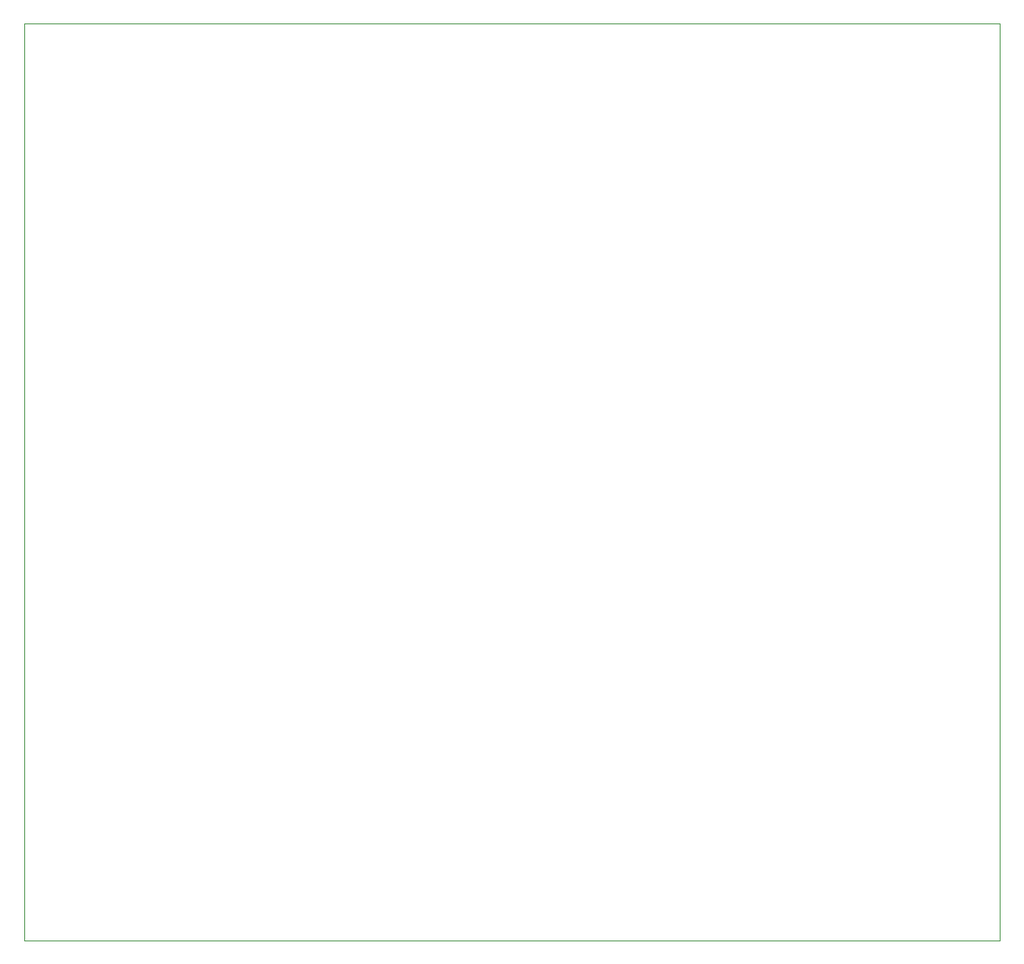
<source format=gbr>
%TF.GenerationSoftware,Altium Limited,Altium Designer,21.9.2 (33)*%
G04 Layer_Color=0*
%FSLAX45Y45*%
%MOMM*%
%TF.SameCoordinates,9F934031-F859-43C4-9D29-15814C5376A4*%
%TF.FilePolarity,Positive*%
%TF.FileFunction,Profile,NP*%
%TF.Part,Single*%
G01*
G75*
%TA.AperFunction,Profile*%
%ADD101C,0.02540*%
D101*
X-8478000Y-5769000D02*
X1722000D01*
Y3831000D01*
X-8478000D01*
Y-5769000D01*
%TF.MD5,12f3e5f6c9617459cb96cc69fdb78532*%
M02*

</source>
